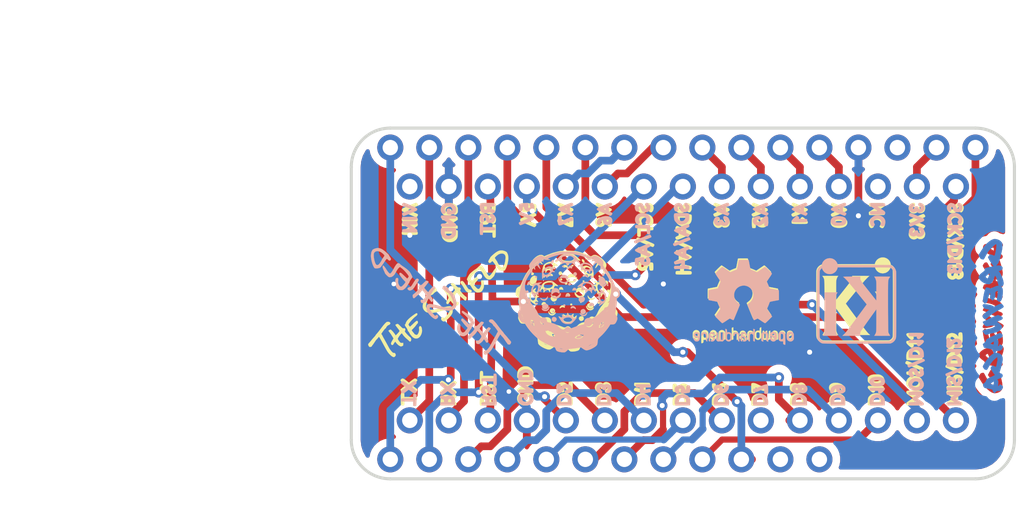
<source format=kicad_pcb>
(kicad_pcb (version 20171130) (host pcbnew 5.1.5-52549c5~84~ubuntu18.04.1)
  (layers (0 F.Cu signal) (31 B.Cu signal) (34 B.Paste user) (35 F.Paste user) (36 B.SilkS user hide) (37 F.SilkS user hide) (38 B.Mask user) (39 F.Mask user) (44 Edge.Cuts user))
  (net 0 "")
  (net 1 /TX)
  (net 2 /RX)
  (net 3 /A3)
  (net 4 /A2)
  (net 5 /A1)
  (net 6 /A0)
  (net 7 GND)
  (net 8 /AREF)
  (net 9 +3V3)
  (net 10 /EN)
  (net 11 /VBAT)
  (net 12 /~RESET)
  (net 13 /A6)
  (net 14 /A7)
  (net 15 /SCK-D13)
  (net 16 /D2)
  (net 17 +5V)
  (net 18 /D10)
  (net 19 /D9)
  (net 20 /D8)
  (net 21 /D7)
  (net 22 /D6)
  (net 23 /D5)
  (net 24 /D3)
  (net 25 /SCL-A5)
  (net 26 /SDA-A4)
  (net 27 /D4)
  (net 28 /NC)
  (net 29 /D11-MOSI)
  (net 30 /D12-MISO)
  (net 31 /VIN)
  (module Feather_Nano_Brealout:OSHW-Logo2_7.3x6mm_SilkScreen (layer B.Cu) (at 145.5674 91.3638 180)
    (fp_text reference REF*** hide)
    (fp_text value OSHW-Logo2_7.3x6mm_SilkScreen hide)
  )
  (module Feather_Nano_Brealout:Ki-2500 (layer B.Cu) (at 152.908 91.2876 180)
    (fp_text reference G***Ki hide)
    (fp_text value Ki-LOGO hide)
  )
  (module Feather_Nano_Brealout:Moon_The_Shield_SilkS (layer B.Cu) (at 124.5616 91.5924 180)
    (fp_text reference Ref** hide)
    (fp_text value Val** hide)
  )
  (module Feather_Nano_Brealout:Moon_Firma_SilkS (layer B.Cu) (at 133.7056 91.0082 180)
    (fp_text reference Ref** hide)
    (fp_text value Val** hide)
  )
  (module Feather_Nano_Brealout:OSHW-Logo2_7.3x6mm_SilkScreen (layer F.Cu) (at 145.5166 91.2622)
    (fp_text reference REF*** hide)
    (fp_text value OSHW-Logo2_7.3x6mm_SilkScreen hide)
  )
  (module Feather_Nano_Brealout:Ki-2500 (layer F.Cu) (at 152.8826 91.2368)
    (fp_text reference G***Ki hide)
    (fp_text value Ki-LOGO hide)
  )
  (module Feather_Nano_Brealout:Moon_The_Shield_SilkS (layer F.Cu) (at 126.9746 91.7448)
    (fp_text reference Ref** hide)
    (fp_text value Val** hide)
  )
  (module Feather_Nano_Brealout:Moon_Firma_SilkS (layer F.Cu) (at 134.5184 90.9574)
    (fp_text reference Ref** hide)
    (fp_text value Val** hide)
  )
  (module Feather_Nano_Brealout:Feather_Silks (layer F.Cu) (at 141.5288 91.44)
    (fp_text reference Ref** hide)
    (fp_text value Val** hide)
  )
  (module Feather_Nano_Brealout:Feather_CU (layer B.Cu) (at 161.7726 91.9226 270)
    (fp_text reference Ref** hide)
    (fp_text value Val** hide)
    (fp_poly (pts (xy -2.121746 0.890829) (xy -2.038408 0.837713) (xy -1.955742 0.758164) (xy -1.879104 0.659529) (xy -1.81385 0.549155) (xy -1.765337 0.434388) (xy -1.738924 0.322574) (xy -1.735666 0.272847) (xy -1.738485 0.207998) (xy -1.752034 0.161884) (xy -1.783956 0.117659) (xy -1.825625 0.07453) (xy -1.884614 0.023438) (xy -1.953312 -0.018882) (xy -2.043911 -0.05919) (xy -2.113835 -0.085212) (xy -2.203348 -0.117771) (xy -2.258321 -0.140529) (xy -2.28439 -0.157039) (xy -2.287187 -0.170855) (xy -2.272585 -0.18535) (xy -2.1751 -0.244605) (xy -2.054956 -0.290804) (xy -1.902799 -0.327493) (xy -1.892231 -0.32951) (xy -1.803766 -0.347442) (xy -1.728303 -0.365031) (xy -1.677732 -0.379415) (xy -1.666875 -0.383761) (xy -1.642516 -0.390417) (xy -1.63196 -0.371196) (xy -1.629833 -0.324516) (xy -1.61883 -0.25939) (xy -1.588051 -0.168793) (xy -1.545166 -0.071587) (xy -1.500255 0.023982) (xy -1.473562 0.089825) (xy -1.463162 0.133448) (xy -1.467128 0.162358) (xy -1.480361 0.180976) (xy -1.494332 0.21226) (xy -1.508161 0.270047) (xy -1.51456 0.310116) (xy -1.521156 0.375905) (xy -1.516417 0.414147) (xy -1.496789 0.438905) (xy -1.478824 0.45157) (xy -1.428512 0.474409) (xy -1.345452 0.501422) (xy -1.238741 0.530382) (xy -1.117478 0.559063) (xy -0.990762 0.585239) (xy -0.867691 0.606683) (xy -0.812269 0.614683) (xy -0.720801 0.626239) (xy -0.661302 0.630999) (xy -0.623836 0.628153) (xy -0.598463 0.616894) (xy -0.575248 0.596413) (xy -0.574144 0.595312) (xy -0.535472 0.56308) (xy -0.508 0.550334) (xy -0.492998 0.531976) (xy -0.486833 0.48837) (xy -0.506846 0.421488) (xy -0.566549 0.368275) (xy -0.665444 0.329103) (xy -0.715661 0.31749) (xy -0.80382 0.298097) (xy -0.892946 0.275296) (xy -0.931333 0.264101) (xy -1.003092 0.243089) (xy -1.068148 0.226272) (xy -1.084791 0.222609) (xy -1.129665 0.202318) (xy -1.143 0.176594) (xy -1.137811 0.159301) (xy -1.116562 0.15085) (xy -1.070727 0.15013) (xy -0.99178 0.156033) (xy -0.987805 0.156391) (xy -0.83261 0.170455) (xy -0.754972 0.097232) (xy -0.709939 0.04865) (xy -0.681923 0.00666) (xy -0.677333 -0.008733) (xy -0.694469 -0.035975) (xy -0.738936 -0.073352) (xy -0.788458 -0.105206) (xy -0.85313 -0.139069) (xy -0.91041 -0.158404) (xy -0.977158 -0.167122) (xy -1.063936 -0.169134) (xy -1.146916 -0.169944) (xy -1.198616 -0.174589) (xy -1.230089 -0.186766) (xy -1.252387 -0.210172) (xy -1.270232 -0.238125) (xy -1.297488 -0.286623) (xy -1.311681 -0.319285) (xy -1.312254 -0.322791) (xy -1.292802 -0.333667) (xy -1.239807 -0.33814) (xy -1.16152 -0.33653) (xy -1.066194 -0.32916) (xy -0.962081 -0.316351) (xy -0.902404 -0.306816) (xy -0.719762 -0.274966) (xy -0.646662 -0.352467) (xy -0.602204 -0.406382) (xy -0.589599 -0.448809) (xy -0.609765 -0.491849) (xy -0.661316 -0.545452) (xy -0.721437 -0.581056) (xy -0.819488 -0.612902) (xy -0.951156 -0.639958) (xy -1.112125 -0.661191) (xy -1.166731 -0.66638) (xy -1.323669 -0.669301) (xy -1.446685 -0.64763) (xy -1.53642 -0.60122) (xy -1.563262 -0.575554) (xy -1.595519 -0.540343) (xy -1.606853 -0.536024) (xy -1.603481 -0.561001) (xy -1.60248 -0.565465) (xy -1.610823 -0.622369) (xy -1.641582 -0.666007) (xy -1.708122 -0.706746) (xy -1.805235 -0.718677) (xy -1.932482 -0.701807) (xy -2.084916 -0.657715) (xy -2.267028 -0.587347) (xy -2.415594 -0.514692) (xy -2.52238 -0.4445) (xy -1.629833 -0.4445) (xy -1.622089 -0.461922) (xy -1.615722 -0.458611) (xy -1.613189 -0.433491) (xy -1.615722 -0.430388) (xy -1.628306 -0.433294) (xy -1.629833 -0.4445) (xy -2.52238 -0.4445) (xy -2.52649 -0.441799) (xy -2.536982 -0.433207) (xy -2.57904 -0.399202) (xy -2.598124 -0.391388) (xy -2.603297 -0.408277) (xy -2.6035 -0.422294) (xy -2.612938 -0.469218) (xy -2.636469 -0.530949) (xy -2.645351 -0.549388) (xy -2.69741 -0.617085) (xy -2.762413 -0.649704) (xy -2.832645 -0.6445) (xy -2.865742 -0.627897) (xy -2.908259 -0.578817) (xy -2.940047 -0.501883) (xy -2.957144 -0.411029) (xy -2.955586 -0.320192) (xy -2.954773 -0.314797) (xy -2.940769 -0.22722) (xy -3.015837 -0.293131) (xy -3.064305 -0.333379) (xy -3.112079 -0.36607) (xy -3.166956 -0.394556) (xy -3.236735 -0.422186) (xy -3.329215 -0.452312) (xy -3.452195 -0.488286) (xy -3.504157 -0.502954) (xy -3.750142 -0.567202) (xy -3.961604 -0.612202) (xy -4.137885 -0.637871) (xy -4.278329 -0.644131) (xy -4.382277 -0.6309) (xy -4.423833 -0.615194) (xy -4.531041 -0.536152) (xy -4.611896 -0.427152) (xy -4.663526 -0.293462) (xy -4.683056 -0.14035) (xy -4.683062 -0.139945) (xy -4.665814 -0.03474) (xy -4.613664 0.08318) (xy -4.530426 0.209396) (xy -4.41991 0.339493) (xy -4.285929 0.469052) (xy -4.132293 0.593656) (xy -3.962814 0.708889) (xy -3.937 0.724649) (xy -3.853717 0.77559) (xy -3.779118 0.822696) (xy -3.724152 0.858986) (xy -3.706604 0.87154) (xy -3.659707 0.896716) (xy -3.609477 0.909108) (xy -3.570194 0.906908) (xy -3.556 0.890586) (xy -3.539029 0.869795) (xy -3.495868 0.838931) (xy -3.466362 0.821559) (xy -3.408478 0.784188) (xy -3.378163 0.745062) (xy -3.363095 0.688259) (xy -3.363067 0.688089) (xy -3.356344 0.629111) (xy -3.356663 0.587329) (xy -3.358052 0.581547) (xy -3.37988 0.562496) (xy -3.430628 0.531143) (xy -3.500877 0.493133) (xy -3.530138 0.478408) (xy -3.629512 0.426292) (xy -3.735999 0.36562) (xy -3.827335 0.309099) (xy -3.831166 0.306569) (xy -3.918662 0.240819) (xy -4.020006 0.152701) (xy -4.124068 0.053036) (xy -4.21972 -0.047353) (xy -4.295832 -0.137647) (xy -4.315285 -0.164129) (xy -4.344131 -0.209459) (xy -4.348331 -0.232992) (xy -4.329838 -0.245863) (xy -4.329637 -0.245941) (xy -4.2801 -0.252648) (xy -4.197926 -0.250023) (xy -4.091562 -0.23895) (xy -3.969454 -0.220311) (xy -3.871191 -0.201083) (xy -2.942166 -0.201083) (xy -2.931583 -0.211666) (xy -2.921 -0.201083) (xy -2.931583 -0.1905) (xy -2.942166 -0.201083) (xy -3.871191 -0.201083) (xy -3.840048 -0.194989) (xy -3.83815 -0.194575) (xy -3.728292 -0.170009) (xy -3.654576 -0.150388) (xy -3.611742 -0.131818) (xy -3.594529 -0.110409) (xy -3.59768 -0.082267) (xy -3.615934 -0.043499) (xy -3.621054 -0.033904) (xy -3.645575 0.02215) (xy -3.655076 0.065717) (xy -3.653776 0.075134) (xy -3.657495 0.104702) (xy -3.66683 0.111027) (xy -3.682872 0.131917) (xy -3.66651 0.168031) (xy -3.621839 0.213143) (xy -3.578837 0.244824) (xy -3.493752 0.301131) (xy -3.332939 0.219357) (xy -3.234864 0.163267) (xy -3.130852 0.094053) (xy -3.043039 0.026468) (xy -3.041271 0.024951) (xy -2.975565 -0.029793) (xy -2.934617 -0.058357) (xy -2.912634 -0.063863) (xy -2.903822 -0.049433) (xy -2.903769 -0.049132) (xy -2.892785 0.00798) (xy -2.876059 0.087326) (xy -2.855794 0.17931) (xy -2.847135 0.217402) (xy -2.431879 0.217402) (xy -2.428455 0.196091) (xy -2.392496 0.197033) (xy -2.321668 0.21819) (xy -2.247269 0.244983) (xy -2.163405 0.280164) (xy -2.118547 0.31221) (xy -2.110278 0.346715) (xy -2.136178 0.389274) (xy -2.17001 0.423735) (xy -2.202043 0.449574) (xy -2.229841 0.455591) (xy -2.261091 0.438004) (xy -2.303479 0.393028) (xy -2.350468 0.334919) (xy -2.405105 0.262999) (xy -2.431879 0.217402) (xy -2.847135 0.217402) (xy -2.834191 0.27434) (xy -2.813451 0.362821) (xy -2.795775 0.43516) (xy -2.783365 0.481762) (xy -2.779233 0.493603) (xy -2.752327 0.504152) (xy -2.707043 0.503149) (xy -2.672624 0.501516) (xy -2.641452 0.511413) (xy -2.607156 0.538228) (xy -2.563366 0.587351) (xy -2.50371 0.664169) (xy -2.481227 0.694143) (xy -2.393409 0.797371) (xy -2.308953 0.869082) (xy -2.232266 0.905889) (xy -2.200397 0.910167) (xy -2.121746 0.890829)) (layer B.Cu) (width 0.01))
    (fp_poly (pts (xy 0.399473 0.64259) (xy 0.450289 0.608064) (xy 0.477986 0.58455) (xy 0.521119 0.539313) (xy 0.541378 0.497844) (xy 0.536894 0.453236) (xy 0.505799 0.39858) (xy 0.446224 0.32697) (xy 0.392804 0.269594) (xy 0.302452 0.162072) (xy 0.19943 0.016647) (xy 0.085061 -0.16463) (xy -0.039333 -0.379708) (xy -0.115259 -0.518583) (xy -0.176668 -0.623768) (xy -0.227273 -0.690613) (xy -0.266328 -0.718174) (xy -0.27392 -0.718838) (xy -0.299649 -0.710599) (xy -0.346072 -0.69172) (xy -0.349763 -0.690119) (xy -0.408978 -0.645739) (xy -0.45171 -0.580077) (xy -0.465666 -0.519735) (xy -0.456433 -0.489891) (xy -0.431499 -0.431902) (xy -0.395017 -0.355014) (xy -0.363953 -0.29319) (xy -0.26224 -0.09525) (xy -0.309448 -0.025684) (xy -0.340931 0.032705) (xy -0.36812 0.111423) (xy -0.392701 0.216944) (xy -0.416361 0.355741) (xy -0.425827 0.421183) (xy -0.436109 0.503077) (xy -0.438154 0.554606) (xy -0.430883 0.58713) (xy -0.413214 0.612007) (xy -0.407081 0.618327) (xy -0.381286 0.64127) (xy -0.35702 0.647287) (xy -0.320402 0.635724) (xy -0.269717 0.611835) (xy -0.21077 0.579194) (xy -0.170171 0.542704) (xy -0.141603 0.492157) (xy -0.118752 0.417349) (xy -0.101848 0.340571) (xy -0.074083 0.204892) (xy 0.000459 0.31149) (xy 0.093153 0.434849) (xy 0.18131 0.534621) (xy 0.260888 0.606966) (xy 0.327845 0.648046) (xy 0.363365 0.656167) (xy 0.399473 0.64259)) (layer B.Cu) (width 0.01))
    (fp_poly (pts (xy 3.66816 0.622863) (xy 3.722347 0.592652) (xy 3.776264 0.553667) (xy 3.816923 0.515209) (xy 3.831456 0.488366) (xy 3.837112 0.440502) (xy 3.843871 0.409894) (xy 3.844881 0.387472) (xy 3.83111 0.364956) (xy 3.79665 0.337563) (xy 3.735591 0.300511) (xy 3.651264 0.254008) (xy 3.42846 0.117567) (xy 3.244096 -0.030529) (xy 3.099912 -0.18669) (xy 3.005365 -0.306916) (xy 3.127224 -0.3175) (xy 3.19474 -0.321182) (xy 3.243355 -0.319761) (xy 3.259667 -0.315328) (xy 3.285106 -0.305429) (xy 3.338339 -0.294262) (xy 3.376084 -0.288531) (xy 3.461342 -0.27398) (xy 3.547163 -0.254483) (xy 3.57127 -0.247774) (xy 3.660624 -0.221059) (xy 3.629479 -0.161026) (xy 3.60742 -0.110356) (xy 3.598334 -0.073427) (xy 3.58277 -0.042498) (xy 3.574132 -0.037793) (xy 3.560491 -0.017505) (xy 3.575819 0.017253) (xy 3.61381 0.057544) (xy 3.667034 0.093832) (xy 3.738653 0.132401) (xy 3.89742 0.045265) (xy 3.977731 -0.001837) (xy 4.049034 -0.048997) (xy 4.098582 -0.087647) (xy 4.106117 -0.095019) (xy 4.146047 -0.130982) (xy 4.176755 -0.14772) (xy 4.178815 -0.147879) (xy 4.196354 -0.129557) (xy 4.222842 -0.084666) (xy 4.594595 -0.084666) (xy 4.676816 -0.084666) (xy 4.738628 -0.081682) (xy 4.78514 -0.074332) (xy 4.790411 -0.072627) (xy 4.807668 -0.050234) (xy 4.80623 -0.000577) (xy 4.785682 0.080533) (xy 4.770616 0.126862) (xy 4.753802 0.137133) (xy 4.722239 0.110485) (xy 4.675212 0.046161) (xy 4.636218 -0.015875) (xy 4.594595 -0.084666) (xy 4.222842 -0.084666) (xy 4.22535 -0.080416) (xy 4.261192 -0.008798) (xy 4.28625 0.046482) (xy 4.350628 0.187867) (xy 4.40496 0.292503) (xy 4.451742 0.364078) (xy 4.493469 0.406276) (xy 4.532638 0.422783) (xy 4.541412 0.423334) (xy 4.599482 0.441946) (xy 4.666139 0.493807) (xy 4.734023 0.572952) (xy 4.744715 0.58805) (xy 4.767459 0.616139) (xy 4.79299 0.626176) (xy 4.835582 0.620425) (xy 4.878987 0.609344) (xy 4.955869 0.580383) (xy 5.00467 0.536822) (xy 5.033596 0.468493) (xy 5.046174 0.402167) (xy 5.05785 0.331545) (xy 5.075151 0.240169) (xy 5.093131 0.153459) (xy 5.113052 0.071679) (xy 5.131008 0.024136) (xy 5.150642 0.003109) (xy 5.165582 0) (xy 5.21117 -0.010752) (xy 5.266494 -0.037261) (xy 5.317498 -0.070902) (xy 5.350128 -0.103052) (xy 5.355167 -0.116314) (xy 5.340352 -0.14578) (xy 5.302913 -0.188459) (xy 5.281366 -0.208579) (xy 5.236099 -0.252436) (xy 5.217061 -0.289759) (xy 5.216722 -0.33956) (xy 5.219731 -0.36423) (xy 5.212717 -0.462551) (xy 5.167148 -0.551801) (xy 5.08671 -0.625679) (xy 5.05593 -0.64412) (xy 5.001357 -0.669285) (xy 4.959537 -0.672327) (xy 4.912606 -0.65697) (xy 4.868493 -0.630687) (xy 4.85458 -0.604446) (xy 4.855219 -0.602213) (xy 4.848944 -0.569471) (xy 4.824573 -0.538458) (xy 4.790074 -0.49957) (xy 4.792829 -0.471306) (xy 4.834605 -0.443623) (xy 4.841875 -0.440078) (xy 4.885731 -0.409326) (xy 4.900518 -0.379344) (xy 4.885598 -0.359895) (xy 4.847167 -0.359286) (xy 4.796871 -0.364915) (xy 4.72331 -0.368796) (xy 4.668 -0.369869) (xy 4.594629 -0.367964) (xy 4.551772 -0.35914) (xy 4.527754 -0.339933) (xy 4.519384 -0.325805) (xy 4.497046 -0.299022) (xy 4.472811 -0.307674) (xy 4.444917 -0.353758) (xy 4.4116 -0.439269) (xy 4.406825 -0.45325) (xy 4.378228 -0.525942) (xy 4.347086 -0.587271) (xy 4.328591 -0.613825) (xy 4.275184 -0.647748) (xy 4.211591 -0.654367) (xy 4.15036 -0.637249) (xy 4.10404 -0.599961) (xy 4.085178 -0.54607) (xy 4.085167 -0.544624) (xy 4.073535 -0.507017) (xy 4.063943 -0.497381) (xy 4.054247 -0.46916) (xy 4.063561 -0.44532) (xy 4.074294 -0.421948) (xy 4.066053 -0.417615) (xy 4.031052 -0.43221) (xy 4.00541 -0.444482) (xy 3.949058 -0.466851) (xy 3.861605 -0.495915) (xy 3.75318 -0.528767) (xy 3.633915 -0.562502) (xy 3.513937 -0.594216) (xy 3.403377 -0.621002) (xy 3.34801 -0.633042) (xy 3.177252 -0.656077) (xy 3.035553 -0.648692) (xy 2.921993 -0.610355) (xy 2.835651 -0.540533) (xy 2.775605 -0.438695) (xy 2.740935 -0.304307) (xy 2.737748 -0.280321) (xy 2.725247 -0.17477) (xy 2.659082 -0.21868) (xy 2.617388 -0.251234) (xy 2.600103 -0.285978) (xy 2.59939 -0.34104) (xy 2.60041 -0.354429) (xy 2.599037 -0.428629) (xy 2.586209 -0.496943) (xy 2.58174 -0.509433) (xy 2.534436 -0.581251) (xy 2.466103 -0.634215) (xy 2.38855 -0.662531) (xy 2.313585 -0.660402) (xy 2.291292 -0.651964) (xy 2.254715 -0.621023) (xy 2.243667 -0.592712) (xy 2.228912 -0.552112) (xy 2.201833 -0.519035) (xy 2.17268 -0.479601) (xy 2.182123 -0.453138) (xy 2.223005 -0.4445) (xy 2.257679 -0.430868) (xy 2.287336 -0.400166) (xy 2.299782 -0.367682) (xy 2.294779 -0.354501) (xy 2.269103 -0.351793) (xy 2.219252 -0.358818) (xy 2.205565 -0.361796) (xy 2.089056 -0.380062) (xy 1.993962 -0.377135) (xy 1.926794 -0.353574) (xy 1.9072 -0.336126) (xy 1.870864 -0.291253) (xy 1.835815 -0.344745) (xy 1.808684 -0.39913) (xy 1.783148 -0.470572) (xy 1.776525 -0.494508) (xy 1.739179 -0.581719) (xy 1.681545 -0.635806) (xy 1.607713 -0.653267) (xy 1.592254 -0.652163) (xy 1.539947 -0.628763) (xy 1.491844 -0.580091) (xy 1.458342 -0.520578) (xy 1.449834 -0.464657) (xy 1.451545 -0.456808) (xy 1.458041 -0.437795) (xy 1.470115 -0.407721) (xy 1.489537 -0.362653) (xy 1.518079 -0.298662) (xy 1.55751 -0.211816) (xy 1.609601 -0.098185) (xy 1.615831 -0.084666) (xy 1.986958 -0.084666) (xy 2.082313 -0.084666) (xy 2.14239 -0.08057) (xy 2.182717 -0.070237) (xy 2.190079 -0.064585) (xy 2.19264 -0.033611) (xy 2.184928 0.021884) (xy 2.178026 0.052651) (xy 2.16194 0.109865) (xy 2.148085 0.132581) (xy 2.130068 0.127747) (xy 2.118128 0.117739) (xy 2.085957 0.079631) (xy 2.047704 0.022461) (xy 2.034826 0.000503) (xy 1.986958 -0.084666) (xy 1.615831 -0.084666) (xy 1.676123 0.046162) (xy 1.7541 0.214894) (xy 1.802554 0.312251) (xy 1.84367 0.375308) (xy 1.882782 0.410158) (xy 1.925225 0.422892) (xy 1.936621 0.423334) (xy 1.98705 0.442663) (xy 2.053138 0.500816) (xy 2.078919 0.529115) (xy 2.171453 0.634896) (xy 2.286935 0.597906) (xy 2.352312 0.575455) (xy 2.388664 0.553654) (xy 2.407341 0.520433) (xy 2.419696 0.46372) (xy 2.421235 0.455084) (xy 2.447999 0.307167) (xy 2.469648 0.195799) (xy 2.487802 0.115736) (xy 2.504083 0.061732) (xy 2.520111 0.028544) (xy 2.537508 0.010926) (xy 2.557894 0.003634) (xy 2.560907 0.003163) (xy 2.616455 -0.014679) (xy 2.66999 -0.044462) (xy 2.718898 -0.07484) (xy 2.753577 -0.078459) (xy 2.784998 -0.05153) (xy 2.823427 0.008529) (xy 2.863581 0.064343) (xy 2.92547 0.135911) (xy 2.998636 0.211502) (xy 3.035654 0.246654) (xy 3.107846 0.308139) (xy 3.195891 0.375725) (xy 3.292245 0.444455) (xy 3.389366 0.509373) (xy 3.479707 0.565522) (xy 3.555727 0.607944) (xy 3.60988 0.631684) (xy 3.626691 0.635) (xy 3.66816 0.622863)) (layer B.Cu) (width 0.01))
    (fp_poly (pts (xy 1.335828 0.643134) (xy 1.379237 0.614506) (xy 1.392099 0.604126) (xy 1.437408 0.569698) (xy 1.470185 0.551294) (xy 1.474867 0.550334) (xy 1.497254 0.533868) (xy 1.527128 0.493595) (xy 1.530955 0.487277) (xy 1.554062 0.436674) (xy 1.555768 0.386582) (xy 1.545286 0.33911) (xy 1.527444 0.286434) (xy 1.510229 0.256554) (xy 1.505428 0.254) (xy 1.495197 0.234561) (xy 1.482167 0.182563) (xy 1.468521 0.107486) (xy 1.462774 0.068792) (xy 1.422135 -0.142668) (xy 1.364215 -0.316975) (xy 1.289273 -0.453549) (xy 1.19757 -0.551814) (xy 1.176519 -0.567315) (xy 1.102366 -0.606632) (xy 1.035578 -0.613173) (xy 0.96827 -0.585228) (xy 0.892558 -0.521086) (xy 0.873656 -0.501593) (xy 0.818819 -0.43948) (xy 0.775611 -0.382939) (xy 0.753078 -0.343849) (xy 0.752743 -0.342843) (xy 0.735798 -0.30663) (xy 0.723532 -0.296496) (xy 0.703375 -0.31427) (xy 0.674481 -0.358938) (xy 0.643554 -0.417979) (xy 0.617299 -0.47887) (xy 0.604619 -0.518583) (xy 0.573546 -0.588303) (xy 0.524484 -0.637881) (xy 0.469832 -0.656166) (xy 0.424481 -0.641095) (xy 0.39733 -0.619125) (xy 0.353398 -0.55603) (xy 0.313375 -0.476802) (xy 0.284819 -0.398533) (xy 0.275167 -0.342806) (xy 0.284238 -0.306108) (xy 0.30973 -0.237657) (xy 0.349065 -0.143529) (xy 0.39966 -0.0298) (xy 0.458936 0.097454) (xy 0.486834 0.15561) (xy 0.547341 0.281518) (xy 0.601105 0.395078) (xy 0.645515 0.490638) (xy 0.67796 0.562544) (xy 0.69583 0.605144) (xy 0.6985 0.61399) (xy 0.710304 0.632728) (xy 0.748235 0.627352) (xy 0.816075 0.597265) (xy 0.821052 0.594727) (xy 0.92204 0.527172) (xy 0.98264 0.447925) (xy 1.003601 0.355287) (xy 0.985671 0.247564) (xy 0.98069 0.232834) (xy 0.968619 0.180527) (xy 0.959978 0.107885) (xy 0.954951 0.025481) (xy 0.953719 -0.056112) (xy 0.956467 -0.126323) (xy 0.963377 -0.174579) (xy 0.973367 -0.1905) (xy 1.006623 -0.171284) (xy 1.045245 -0.119379) (xy 1.085319 -0.043401) (xy 1.122928 0.048037) (xy 1.154155 0.14632) (xy 1.175085 0.242834) (xy 1.177292 0.2581) (xy 1.190802 0.330126) (xy 1.212326 0.413565) (xy 1.238358 0.49791) (xy 1.265391 0.572657) (xy 1.289917 0.627301) (xy 1.308428 0.651335) (xy 1.308597 0.651394) (xy 1.335828 0.643134)) (layer B.Cu) (width 0.01))
  )
  (module Feather_Nano_Brealout:Feather_CU (layer F.Cu) (at 161.7726 92.6084 90)
    (fp_text reference Ref** hide)
    (fp_text value Val** hide)
    (fp_poly (pts (xy 1.335828 -0.643134) (xy 1.379237 -0.614506) (xy 1.392099 -0.604126) (xy 1.437408 -0.569698) (xy 1.470185 -0.551294) (xy 1.474867 -0.550334) (xy 1.497254 -0.533868) (xy 1.527128 -0.493595) (xy 1.530955 -0.487277) (xy 1.554062 -0.436674) (xy 1.555768 -0.386582) (xy 1.545286 -0.33911) (xy 1.527444 -0.286434) (xy 1.510229 -0.256554) (xy 1.505428 -0.254) (xy 1.495197 -0.234561) (xy 1.482167 -0.182563) (xy 1.468521 -0.107486) (xy 1.462774 -0.068792) (xy 1.422135 0.142668) (xy 1.364215 0.316975) (xy 1.289273 0.453549) (xy 1.19757 0.551814) (xy 1.176519 0.567315) (xy 1.102366 0.606632) (xy 1.035578 0.613173) (xy 0.96827 0.585228) (xy 0.892558 0.521086) (xy 0.873656 0.501593) (xy 0.818819 0.43948) (xy 0.775611 0.382939) (xy 0.753078 0.343849) (xy 0.752743 0.342843) (xy 0.735798 0.30663) (xy 0.723532 0.296496) (xy 0.703375 0.31427) (xy 0.674481 0.358938) (xy 0.643554 0.417979) (xy 0.617299 0.47887) (xy 0.604619 0.518583) (xy 0.573546 0.588303) (xy 0.524484 0.637881) (xy 0.469832 0.656166) (xy 0.424481 0.641095) (xy 0.39733 0.619125) (xy 0.353398 0.55603) (xy 0.313375 0.476802) (xy 0.284819 0.398533) (xy 0.275167 0.342806) (xy 0.284238 0.306108) (xy 0.30973 0.237657) (xy 0.349065 0.143529) (xy 0.39966 0.0298) (xy 0.458936 -0.097454) (xy 0.486834 -0.15561) (xy 0.547341 -0.281518) (xy 0.601105 -0.395078) (xy 0.645515 -0.490638) (xy 0.67796 -0.562544) (xy 0.69583 -0.605144) (xy 0.6985 -0.61399) (xy 0.710304 -0.632728) (xy 0.748235 -0.627352) (xy 0.816075 -0.597265) (xy 0.821052 -0.594727) (xy 0.92204 -0.527172) (xy 0.98264 -0.447925) (xy 1.003601 -0.355287) (xy 0.985671 -0.247564) (xy 0.98069 -0.232834) (xy 0.968619 -0.180527) (xy 0.959978 -0.107885) (xy 0.954951 -0.025481) (xy 0.953719 0.056112) (xy 0.956467 0.126323) (xy 0.963377 0.174579) (xy 0.973367 0.1905) (xy 1.006623 0.171284) (xy 1.045245 0.119379) (xy 1.085319 0.043401) (xy 1.122928 -0.048037) (xy 1.154155 -0.14632) (xy 1.175085 -0.242834) (xy 1.177292 -0.2581) (xy 1.190802 -0.330126) (xy 1.212326 -0.413565) (xy 1.238358 -0.49791) (xy 1.265391 -0.572657) (xy 1.289917 -0.627301) (xy 1.308428 -0.651335) (xy 1.308597 -0.651394) (xy 1.335828 -0.643134)) (layer F.Cu) (width 0.01))
    (fp_poly (pts (xy 3.66816 -0.622863) (xy 3.722347 -0.592652) (xy 3.776264 -0.553667) (xy 3.816923 -0.515209) (xy 3.831456 -0.488366) (xy 3.837112 -0.440502) (xy 3.843871 -0.409894) (xy 3.844881 -0.387472) (xy 3.83111 -0.364956) (xy 3.79665 -0.337563) (xy 3.735591 -0.300511) (xy 3.651264 -0.254008) (xy 3.42846 -0.117567) (xy 3.244096 0.030529) (xy 3.099912 0.18669) (xy 3.005365 0.306916) (xy 3.127224 0.3175) (xy 3.19474 0.321182) (xy 3.243355 0.319761) (xy 3.259667 0.315328) (xy 3.285106 0.305429) (xy 3.338339 0.294262) (xy 3.376084 0.288531) (xy 3.461342 0.27398) (xy 3.547163 0.254483) (xy 3.57127 0.247774) (xy 3.660624 0.221059) (xy 3.629479 0.161026) (xy 3.60742 0.110356) (xy 3.598334 0.073427) (xy 3.58277 0.042498) (xy 3.574132 0.037793) (xy 3.560491 0.017505) (xy 3.575819 -0.017253) (xy 3.61381 -0.057544) (xy 3.667034 -0.093832) (xy 3.738653 -0.132401) (xy 3.89742 -0.045265) (xy 3.977731 0.001837) (xy 4.049034 0.048997) (xy 4.098582 0.087647) (xy 4.106117 0.095019) (xy 4.146047 0.130982) (xy 4.176755 0.14772) (xy 4.178815 0.147879) (xy 4.196354 0.129557) (xy 4.222842 0.084666) (xy 4.594595 0.084666) (xy 4.676816 0.084666) (xy 4.738628 0.081682) (xy 4.78514 0.074332) (xy 4.790411 0.072627) (xy 4.807668 0.050234) (xy 4.80623 0.000577) (xy 4.785682 -0.080533) (xy 4.770616 -0.126862) (xy 4.753802 -0.137133) (xy 4.722239 -0.110485) (xy 4.675212 -0.046161) (xy 4.636218 0.015875) (xy 4.594595 0.084666) (xy 4.222842 0.084666) (xy 4.22535 0.080416) (xy 4.261192 0.008798) (xy 4.28625 -0.046482) (xy 4.350628 -0.187867) (xy 4.40496 -0.292503) (xy 4.451742 -0.364078) (xy 4.493469 -0.406276) (xy 4.532638 -0.422783) (xy 4.541412 -0.423334) (xy 4.599482 -0.441946) (xy 4.666139 -0.493807) (xy 4.734023 -0.572952) (xy 4.744715 -0.58805) (xy 4.767459 -0.616139) (xy 4.79299 -0.626176) (xy 4.835582 -0.620425) (xy 4.878987 -0.609344) (xy 4.955869 -0.580383) (xy 5.00467 -0.536822) (xy 5.033596 -0.468493) (xy 5.046174 -0.402167) (xy 5.05785 -0.331545) (xy 5.075151 -0.240169) (xy 5.093131 -0.153459) (xy 5.113052 -0.071679) (xy 5.131008 -0.024136) (xy 5.150642 -0.003109) (xy 5.165582 0) (xy 5.21117 0.010752) (xy 5.266494 0.037261) (xy 5.317498 0.070902) (xy 5.350128 0.103052) (xy 5.355167 0.116314) (xy 5.340352 0.14578) (xy 5.302913 0.188459) (xy 5.281366 0.208579) (xy 5.236099 0.252436) (xy 5.217061 0.289759) (xy 5.216722 0.33956) (xy 5.219731 0.36423) (xy 5.212717 0.462551) (xy 5.167148 0.551801) (xy 5.08671 0.625679) (xy 5.05593 0.64412) (xy 5.001357 0.669285) (xy 4.959537 0.672327) (xy 4.912606 0.65697) (xy 4.868493 0.630687) (xy 4.85458 0.604446) (xy 4.855219 0.602213) (xy 4.848944 0.569471) (xy 4.824573 0.538458) (xy 4.790074 0.49957) (xy 4.792829 0.471306) (xy 4.834605 0.443623) (xy 4.841875 0.440078) (xy 4.885731 0.409326) (xy 4.900518 0.379344) (xy 4.885598 0.359895) (xy 4.847167 0.359286) (xy 4.796871 0.364915) (xy 4.72331 0.368796) (xy 4.668 0.369869) (xy 4.594629 0.367964) (xy 4.551772 0.35914) (xy 4.527754 0.339933) (xy 4.519384 0.325805) (xy 4.497046 0.299022) (xy 4.472811 0.307674) (xy 4.444917 0.353758) (xy 4.4116 0.439269) (xy 4.406825 0.45325) (xy 4.378228 0.525942) (xy 4.347086 0.587271) (xy 4.328591 0.613825) (xy 4.275184 0.647748) (xy 4.211591 0.654367) (xy 4.15036 0.637249) (xy 4.10404 0.599961) (xy 4.085178 0.54607) (xy 4.085167 0.544624) (xy 4.073535 0.507017) (xy 4.063943 0.497381) (xy 4.054247 0.46916) (xy 4.063561 0.44532) (xy 4.074294 0.421948) (xy 4.066053 0.417615) (xy 4.031052 0.43221) (xy 4.00541 0.444482) (xy 3.949058 0.466851) (xy 3.861605 0.495915) (xy 3.75318 0.528767) (xy 3.633915 0.562502) (xy 3.513937 0.594216) (xy 3.403377 0.621002) (xy 3.34801 0.633042) (xy 3.177252 0.656077) (xy 3.035553 0.648692) (xy 2.921993 0.610355) (xy 2.835651 0.540533) (xy 2.775605 0.438695) (xy 2.740935 0.304307) (xy 2.737748 0.280321) (xy 2.725247 0.17477) (xy 2.659082 0.21868) (xy 2.617388 0.251234) (xy 2.600103 0.285978) (xy 2.59939 0.34104) (xy 2.60041 0.354429) (xy 2.599037 0.428629) (xy 2.586209 0.496943) (xy 2.58174 0.509433) (xy 2.534436 0.581251) (xy 2.466103 0.634215) (xy 2.38855 0.662531) (xy 2.313585 0.660402) (xy 2.291292 0.651964) (xy 2.254715 0.621023) (xy 2.243667 0.592712) (xy 2.228912 0.552112) (xy 2.201833 0.519035) (xy 2.17268 0.479601) (xy 2.182123 0.453138) (xy 2.223005 0.4445) (xy 2.257679 0.430868) (xy 2.287336 0.400166) (xy 2.299782 0.367682) (xy 2.294779 0.354501) (xy 2.269103 0.351793) (xy 2.219252 0.358818) (xy 2.205565 0.361796) (xy 2.089056 0.380062) (xy 1.993962 0.377135) (xy 1.926794 0.353574) (xy 1.9072 0.336126) (xy 1.870864 0.291253) (xy 1.835815 0.344745) (xy 1.808684 0.39913) (xy 1.783148 0.470572) (xy 1.776525 0.494508) (xy 1.739179 0.581719) (xy 1.681545 0.635806) (xy 1.607713 0.653267) (xy 1.592254 0.652163) (xy 1.539947 0.628763) (xy 1.491844 0.580091) (xy 1.458342 0.520578) (xy 1.449834 0.464657) (xy 1.451545 0.456808) (xy 1.458041 0.437795) (xy 1.470115 0.407721) (xy 1.489537 0.362653) (xy 1.518079 0.298662) (xy 1.55751 0.211816) (xy 1.609601 0.098185) (xy 1.615831 0.084666) (xy 1.986958 0.084666) (xy 2.082313 0.084666) (xy 2.14239 0.08057) (xy 2.182717 0.070237) (xy 2.190079 0.064585) (xy 2.19264 0.033611) (xy 2.184928 -0.021884) (xy 2.178026 -0.052651) (xy 2.16194 -0.109865) (xy 2.148085 -0.132581) (xy 2.130068 -0.127747) (xy 2.118128 -0.117739) (xy 2.085957 -0.079631) (xy 2.047704 -0.022461) (xy 2.034826 -0.000503) (xy 1.986958 0.084666) (xy 1.615831 0.084666) (xy 1.676123 -0.046162) (xy 1.7541 -0.214894) (xy 1.802554 -0.312251) (xy 1.84367 -0.375308) (xy 1.882782 -0.410158) (xy 1.925225 -0.422892) (xy 1.936621 -0.423334) (xy 1.98705 -0.442663) (xy 2.053138 -0.500816) (xy 2.078919 -0.529115) (xy 2.171453 -0.634896) (xy 2.286935 -0.597906) (xy 2.352312 -0.575455) (xy 2.388664 -0.553654) (xy 2.407341 -0.520433) (xy 2.419696 -0.46372) (xy 2.421235 -0.455084) (xy 2.447999 -0.307167) (xy 2.469648 -0.195799) (xy 2.487802 -0.115736) (xy 2.504083 -0.061732) (xy 2.520111 -0.028544) (xy 2.537508 -0.010926) (xy 2.557894 -0.003634) (xy 2.560907 -0.003163) (xy 2.616455 0.014679) (xy 2.66999 0.044462) (xy 2.718898 0.07484) (xy 2.753577 0.078459) (xy 2.784998 0.05153) (xy 2.823427 -0.008529) (xy 2.863581 -0.064343) (xy 2.92547 -0.135911) (xy 2.998636 -0.211502) (xy 3.035654 -0.246654) (xy 3.107846 -0.308139) (xy 3.195891 -0.375725) (xy 3.292245 -0.444455) (xy 3.389366 -0.509373) (xy 3.479707 -0.565522) (xy 3.555727 -0.607944) (xy 3.60988 -0.631684) (xy 3.626691 -0.635) (xy 3.66816 -0.622863)) (layer F.Cu) (width 0.01))
    (fp_poly (pts (xy 0.399473 -0.64259) (xy 0.450289 -0.608064) (xy 0.477986 -0.58455) (xy 0.521119 -0.539313) (xy 0.541378 -0.497844) (xy 0.536894 -0.453236) (xy 0.505799 -0.39858) (xy 0.446224 -0.32697) (xy 0.392804 -0.269594) (xy 0.302452 -0.162072) (xy 0.19943 -0.016647) (xy 0.085061 0.16463) (xy -0.039333 0.379708) (xy -0.115259 0.518583) (xy -0.176668 0.623768) (xy -0.227273 0.690613) (xy -0.266328 0.718174) (xy -0.27392 0.718838) (xy -0.299649 0.710599) (xy -0.346072 0.69172) (xy -0.349763 0.690119) (xy -0.408978 0.645739) (xy -0.45171 0.580077) (xy -0.465666 0.519735) (xy -0.456433 0.489891) (xy -0.431499 0.431902) (xy -0.395017 0.355014) (xy -0.363953 0.29319) (xy -0.26224 0.09525) (xy -0.309448 0.025684) (xy -0.340931 -0.032705) (xy -0.36812 -0.111423) (xy -0.392701 -0.216944) (xy -0.416361 -0.355741) (xy -0.425827 -0.421183) (xy -0.436109 -0.503077) (xy -0.438154 -0.554606) (xy -0.430883 -0.58713) (xy -0.413214 -0.612007) (xy -0.407081 -0.618327) (xy -0.381286 -0.64127) (xy -0.35702 -0.647287) (xy -0.320402 -0.635724) (xy -0.269717 -0.611835) (xy -0.21077 -0.579194) (xy -0.170171 -0.542704) (xy -0.141603 -0.492157) (xy -0.118752 -0.417349) (xy -0.101848 -0.340571) (xy -0.074083 -0.204892) (xy 0.000459 -0.31149) (xy 0.093153 -0.434849) (xy 0.18131 -0.534621) (xy 0.260888 -0.606966) (xy 0.327845 -0.648046) (xy 0.363365 -0.656167) (xy 0.399473 -0.64259)) (layer F.Cu) (width 0.01))
    (fp_poly (pts (xy -2.121746 -0.890829) (xy -2.038408 -0.837713) (xy -1.955742 -0.758164) (xy -1.879104 -0.659529) (xy -1.81385 -0.549155) (xy -1.765337 -0.434388) (xy -1.738924 -0.322574) (xy -1.735666 -0.272847) (xy -1.738485 -0.207998) (xy -1.752034 -0.161884) (xy -1.783956 -0.117659) (xy -1.825625 -0.07453) (xy -1.884614 -0.023438) (xy -1.953312 0.018882) (xy -2.043911 0.05919) (xy -2.113835 0.085212) (xy -2.203348 0.117771) (xy -2.258321 0.140529) (xy -2.28439 0.157039) (xy -2.287187 0.170855) (xy -2.272585 0.18535) (xy -2.1751 0.244605) (xy -2.054956 0.290804) (xy -1.902799 0.327493) (xy -1.892231 0.32951) (xy -1.803766 0.347442) (xy -1.728303 0.365031) (xy -1.677732 0.379415) (xy -1.666875 0.383761) (xy -1.642516 0.390417) (xy -1.63196 0.371196) (xy -1.629833 0.324516) (xy -1.61883 0.25939) (xy -1.588051 0.168793) (xy -1.545166 0.071587) (xy -1.500255 -0.023982) (xy -1.473562 -0.089825) (xy -1.463162 -0.133448) (xy -1.467128 -0.162358) (xy -1.480361 -0.180976) (xy -1.494332 -0.21226) (xy -1.508161 -0.270047) (xy -1.51456 -0.310116) (xy -1.521156 -0.375905) (xy -1.516417 -0.414147) (xy -1.496789 -0.438905) (xy -1.478824 -0.45157) (xy -1.428512 -0.474409) (xy -1.345452 -0.501422) (xy -1.238741 -0.530382) (xy -1.117478 -0.559063) (xy -0.990762 -0.585239) (xy -0.867691 -0.606683) (xy -0.812269 -0.614683) (xy -0.720801 -0.626239) (xy -0.661302 -0.630999) (xy -0.623836 -0.628153) (xy -0.598463 -0.616894) (xy -0.575248 -0.596413) (xy -0.574144 -0.595312) (xy -0.535472 -0.56308) (xy -0.508 -0.550334) (xy -0.492998 -0.531976) (xy -0.486833 -0.48837) (xy -0.506846 -0.421488) (xy -0.566549 -0.368275) (xy -0.665444 -0.329103) (xy -0.715661 -0.31749) (xy -0.80382 -0.298097) (xy -0.892946 -0.275296) (xy -0.931333 -0.264101) (xy -1.003092 -0.243089) (xy -1.068148 -0.226272) (xy -1.084791 -0.222609) (xy -1.129665 -0.202318) (xy -1.143 -0.176594) (xy -1.137811 -0.159301) (xy -1.116562 -0.15085) (xy -1.070727 -0.15013) (xy -0.99178 -0.156033) (xy -0.987805 -0.156391) (xy -0.83261 -0.170455) (xy -0.754972 -0.097232) (xy -0.709939 -0.04865) (xy -0.681923 -0.00666) (xy -0.677333 0.008733) (xy -0.694469 0.035975) (xy -0.738936 0.073352) (xy -0.788458 0.105206) (xy -0.85313 0.139069) (xy -0.91041 0.158404) (xy -0.977158 0.167122) (xy -1.063936 0.169134) (xy -1.146916 0.169944) (xy -1.198616 0.174589) (xy -1.230089 0.186766) (xy -1.252387 0.210172) (xy -1.270232 0.238125) (xy -1.297488 0.286623) (xy -1.311681 0.319285) (xy -1.312254 0.322791) (xy -1.292802 0.333667) (xy -1.239807 0.33814) (xy -1.16152 0.33653) (xy -1.066194 0.32916) (xy -0.962081 0.316351) (xy -0.902404 0.306816) (xy -0.719762 0.274966) (xy -0.646662 0.352467) (xy -0.602204 0.406382) (xy -0.589599 0.448809) (xy -0.609765 0.491849) (xy -0.661316 0.545452) (xy -0.721437 0.581056) (xy -0.819488 0.612902) (xy -0.951156 0.639958) (xy -1.112125 0.661191) (xy -1.166731 0.66638) (xy -1.323669 0.669301) (xy -1.446685 0.64763) (xy -1.53642 0.60122) (xy -1.563262 0.575554) (xy -1.595519 0.540343) (xy -1.606853 0.536024) (xy -1.603481 0.561001) (xy -1.60248 0.565465) (xy -1.610823 0.622369) (xy -1.641582 0.666007) (xy -1.708122 0.706746) (xy -1.805235 0.718677) (xy -1.932482 0.701807) (xy -2.084916 0.657715) (xy -2.267028 0.587347) (xy -2.415594 0.514692) (xy -2.52238 0.4445) (xy -1.629833 0.4445) (xy -1.622089 0.461922) (xy -1.615722 0.458611) (xy -1.613189 0.433491) (xy -1.615722 0.430388) (xy -1.628306 0.433294) (xy -1.629833 0.4445) (xy -2.52238 0.4445) (xy -2.52649 0.441799) (xy -2.536982 0.433207) (xy -2.57904 0.399202) (xy -2.598124 0.391388) (xy -2.603297 0.408277) (xy -2.6035 0.422294) (xy -2.612938 0.469218) (xy -2.636469 0.530949) (xy -2.645351 0.549388) (xy -2.69741 0.617085) (xy -2.762413 0.649704) (xy -2.832645 0.6445) (xy -2.865742 0.627897) (xy -2.908259 0.578817) (xy -2.940047 0.501883) (xy -2.957144 0.411029) (xy -2.955586 0.320192) (xy -2.954773 0.314797) (xy -2.940769 0.22722) (xy -3.015837 0.293131) (xy -3.064305 0.333379) (xy -3.112079 0.36607) (xy -3.166956 0.394556) (xy -3.236735 0.422186) (xy -3.329215 0.452312) (xy -3.452195 0.488286) (xy -3.504157 0.502954) (xy -3.750142 0.567202) (xy -3.961604 0.612202) (xy -4.137885 0.637871) (xy -4.278329 0.644131) (xy -4.382277 0.6309) (xy -4.423833 0.615194) (xy -4.531041 0.536152) (xy -4.611896 0.427152) (xy -4.663526 0.293462) (xy -4.683056 0.14035) (xy -4.683062 0.139945) (xy -4.665814 0.03474) (xy -4.613664 -0.08318) (xy -4.530426 -0.209396) (xy -4.41991 -0.339493) (xy -4.285929 -0.469052) (xy -4.132293 -0.593656) (xy -3.962814 -0.708889) (xy -3.937 -0.724649) (xy -3.853717 -0.77559) (xy -3.779118 -0.822696) (xy -3.724152 -0.858986) (xy -3.706604 -0.87154) (xy -3.659707 -0.896716) (xy -3.609477 -0.909108) (xy -3.570194 -0.906908) (xy -3.556 -0.890586) (xy -3.539029 -0.869795) (xy -3.495868 -0.838931) (xy -3.466362 -0.821559) (xy -3.408478 -0.784188) (xy -3.378163 -0.745062) (xy -3.363095 -0.688259) (xy -3.363067 -0.688089) (xy -3.356344 -0.629111) (xy -3.356663 -0.587329) (xy -3.358052 -0.581547) (xy -3.37988 -0.562496) (xy -3.430628 -0.531143) (xy -3.500877 -0.493133) (xy -3.530138 -0.478408) (xy -3.629512 -0.426292) (xy -3.735999 -0.36562) (xy -3.827335 -0.309099) (xy -3.831166 -0.306569) (xy -3.918662 -0.240819) (xy -4.020006 -0.152701) (xy -4.124068 -0.053036) (xy -4.21972 0.047353) (xy -4.295832 0.137647) (xy -4.315285 0.164129) (xy -4.344131 0.209459) (xy -4.348331 0.232992) (xy -4.329838 0.245863) (xy -4.329637 0.245941) (xy -4.2801 0.252648) (xy -4.197926 0.250023) (xy -4.091562 0.23895) (xy -3.969454 0.220311) (xy -3.871191 0.201083) (xy -2.942166 0.201083) (xy -2.931583 0.211666) (xy -2.921 0.201083) (xy -2.931583 0.1905) (xy -2.942166 0.201083) (xy -3.871191 0.201083) (xy -3.840048 0.194989) (xy -3.83815 0.194575) (xy -3.728292 0.170009) (xy -3.654576 0.150388) (xy -3.611742 0.131818) (xy -3.594529 0.110409) (xy -3.59768 0.082267) (xy -3.615934 0.043499) (xy -3.621054 0.033904) (xy -3.645575 -0.02215) (xy -3.655076 -0.065717) (xy -3.653776 -0.075134) (xy -3.657495 -0.104702) (xy -3.66683 -0.111027) (xy -3.682872 -0.131917) (xy -3.66651 -0.168031) (xy -3.621839 -0.213143) (xy -3.578837 -0.244824) (xy -3.493752 -0.301131) (xy -3.332939 -0.219357) (xy -3.234864 -0.163267) (xy -3.130852 -0.094053) (xy -3.043039 -0.026468) (xy -3.041271 -0.024951) (xy -2.975565 0.029793) (xy -2.934617 0.058357) (xy -2.912634 0.063863) (xy -2.903822 0.049433) (xy -2.903769 0.049132) (xy -2.892785 -0.00798) (xy -2.876059 -0.087326) (xy -2.855794 -0.17931) (xy -2.847135 -0.217402) (xy -2.431879 -0.217402) (xy -2.428455 -0.196091) (xy -2.392496 -0.197033) (xy -2.321668 -0.21819) (xy -2.247269 -0.244983) (xy -2.163405 -0.280164) (xy -2.118547 -0.31221) (xy -2.110278 -0.346715) (xy -2.136178 -0.389274) (xy -2.17001 -0.423735) (xy -2.202043 -0.449574) (xy -2.229841 -0.455591) (xy -2.261091 -0.438004) (xy -2.303479 -0.393028) (xy -2.350468 -0.334919) (xy -2.405105 -0.262999) (xy -2.431879 -0.217402) (xy -2.847135 -0.217402) (xy -2.834191 -0.27434) (xy -2.813451 -0.362821) (xy -2.795775 -0.43516) (xy -2.783365 -0.481762) (xy -2.779233 -0.493603) (xy -2.752327 -0.504152) (xy -2.707043 -0.503149) (xy -2.672624 -0.501516) (xy -2.641452 -0.511413) (xy -2.607156 -0.538228) (xy -2.563366 -0.587351) (xy -2.50371 -0.664169) (xy -2.481227 -0.694143) (xy -2.393409 -0.797371) (xy -2.308953 -0.869082) (xy -2.232266 -0.905889) (xy -2.200397 -0.910167) (xy -2.121746 -0.890829)) (layer F.Cu) (width 0.01))
  )
  (module Feather_Nano_Brealout:PinSocket_1x15_P2.54mm_Vertical (layer F.Cu) (at 123.825 99.06 90)
    (fp_text reference J3 hide)
    (fp_text value Conn_01x15 hide)
    (pad 15 thru_hole oval (at 0 35.56 90) (size 1.7 1.7) (drill 1) (layers *.Cu *.Mask) (net 30 /D12-MISO))
    (pad 14 thru_hole oval (at 0 33.02 90) (size 1.7 1.7) (drill 1) (layers *.Cu *.Mask) (net 29 /D11-MOSI))
    (pad 13 thru_hole oval (at 0 30.48 90) (size 1.7 1.7) (drill 1) (layers *.Cu *.Mask) (net 18 /D10))
    (pad 12 thru_hole oval (at 0 27.94 90) (size 1.7 1.7) (drill 1) (layers *.Cu *.Mask) (net 19 /D9))
    (pad 11 thru_hole oval (at 0 25.4 90) (size 1.7 1.7) (drill 1) (layers *.Cu *.Mask) (net 20 /D8))
    (pad 10 thru_hole oval (at 0 22.86 90) (size 1.7 1.7) (drill 1) (layers *.Cu *.Mask) (net 21 /D7))
    (pad 9 thru_hole oval (at 0 20.32 90) (size 1.7 1.7) (drill 1) (layers *.Cu *.Mask) (net 22 /D6))
    (pad 8 thru_hole oval (at 0 17.78 90) (size 1.7 1.7) (drill 1) (layers *.Cu *.Mask) (net 23 /D5))
    (pad 7 thru_hole oval (at 0 15.24 90) (size 1.7 1.7) (drill 1) (layers *.Cu *.Mask) (net 27 /D4))
    (pad 6 thru_hole oval (at 0 12.7 90) (size 1.7 1.7) (drill 1) (layers *.Cu *.Mask) (net 24 /D3))
    (pad 5 thru_hole oval (at 0 10.16 90) (size 1.7 1.7) (drill 1) (layers *.Cu *.Mask) (net 16 /D2))
    (pad 4 thru_hole oval (at 0 7.62 90) (size 1.7 1.7) (drill 1) (layers *.Cu *.Mask) (net 7 GND))
    (pad 3 thru_hole oval (at 0 5.08 90) (size 1.7 1.7) (drill 1) (layers *.Cu *.Mask) (net 12 /~RESET))
    (pad 2 thru_hole oval (at 0 2.54 90) (size 1.7 1.7) (drill 1) (layers *.Cu *.Mask) (net 2 /RX))
    (pad 1 thru_hole circle (at 0 0 90) (size 1.7 1.7) (drill 1) (layers *.Cu *.Mask) (net 1 /TX))
  )
  (module Feather_Nano_Brealout:PinSocket_1x15_P2.54mm_Vertical (layer F.Cu) (at 123.825 83.82 90)
    (fp_text reference J4 hide)
    (fp_text value Conn_01x15 hide)
    (pad 15 thru_hole oval (at 0 35.56 90) (size 1.7 1.7) (drill 1) (layers *.Cu *.Mask) (net 15 /SCK-D13))
    (pad 14 thru_hole oval (at 0 33.02 90) (size 1.7 1.7) (drill 1) (layers *.Cu *.Mask) (net 9 +3V3))
    (pad 13 thru_hole oval (at 0 30.48 90) (size 1.7 1.7) (drill 1) (layers *.Cu *.Mask) (net 8 /AREF))
    (pad 12 thru_hole oval (at 0 27.94 90) (size 1.7 1.7) (drill 1) (layers *.Cu *.Mask) (net 6 /A0))
    (pad 11 thru_hole oval (at 0 25.4 90) (size 1.7 1.7) (drill 1) (layers *.Cu *.Mask) (net 5 /A1))
    (pad 10 thru_hole oval (at 0 22.86 90) (size 1.7 1.7) (drill 1) (layers *.Cu *.Mask) (net 4 /A2))
    (pad 9 thru_hole oval (at 0 20.32 90) (size 1.7 1.7) (drill 1) (layers *.Cu *.Mask) (net 3 /A3))
    (pad 8 thru_hole oval (at 0 17.78 90) (size 1.7 1.7) (drill 1) (layers *.Cu *.Mask) (net 26 /SDA-A4))
    (pad 7 thru_hole oval (at 0 15.24 90) (size 1.7 1.7) (drill 1) (layers *.Cu *.Mask) (net 25 /SCL-A5))
    (pad 6 thru_hole oval (at 0 12.7 90) (size 1.7 1.7) (drill 1) (layers *.Cu *.Mask) (net 13 /A6))
    (pad 5 thru_hole oval (at 0 10.16 90) (size 1.7 1.7) (drill 1) (layers *.Cu *.Mask) (net 14 /A7))
    (pad 4 thru_hole oval (at 0 7.62 90) (size 1.7 1.7) (drill 1) (layers *.Cu *.Mask) (net 17 +5V))
    (pad 3 thru_hole oval (at 0 5.08 90) (size 1.7 1.7) (drill 1) (layers *.Cu *.Mask) (net 12 /~RESET))
    (pad 2 thru_hole oval (at 0 2.54 90) (size 1.7 1.7) (drill 1) (layers *.Cu *.Mask) (net 7 GND))
    (pad 1 thru_hole circle (at 0 0 90) (size 1.7 1.7) (drill 1) (layers *.Cu *.Mask) (net 31 /VIN))
  )
  (module Feather_Nano_Brealout:PinHeader_1x16_P2.54mm_Vertical (layer B.Cu) (at 122.555 81.28 270)
    (fp_text reference J1 hide)
    (fp_text value "feather long" hide)
    (pad 16 thru_hole oval (at 0 -38.1 270) (size 1.7 1.7) (drill 1) (layers *.Cu *.Mask) (net 12 /~RESET))
    (pad 15 thru_hole oval (at 0 -35.56 270) (size 1.7 1.7) (drill 1) (layers *.Cu *.Mask) (net 9 +3V3))
    (pad 14 thru_hole oval (at 0 -33.02 270) (size 1.7 1.7) (drill 1) (layers *.Cu *.Mask) (net 28 /NC))
    (pad 13 thru_hole oval (at 0 -30.48 270) (size 1.7 1.7) (drill 1) (layers *.Cu *.Mask) (net 7 GND))
    (pad 12 thru_hole oval (at 0 -27.94 270) (size 1.7 1.7) (drill 1) (layers *.Cu *.Mask) (net 6 /A0))
    (pad 11 thru_hole oval (at 0 -25.4 270) (size 1.7 1.7) (drill 1) (layers *.Cu *.Mask) (net 5 /A1))
    (pad 10 thru_hole oval (at 0 -22.86 270) (size 1.7 1.7) (drill 1) (layers *.Cu *.Mask) (net 4 /A2))
    (pad 9 thru_hole oval (at 0 -20.32 270) (size 1.7 1.7) (drill 1) (layers *.Cu *.Mask) (net 3 /A3))
    (pad 8 thru_hole oval (at 0 -17.78 270) (size 1.7 1.7) (drill 1) (layers *.Cu *.Mask) (net 13 /A6))
    (pad 7 thru_hole oval (at 0 -15.24 270) (size 1.7 1.7) (drill 1) (layers *.Cu *.Mask) (net 14 /A7))
    (pad 6 thru_hole oval (at 0 -12.7 270) (size 1.7 1.7) (drill 1) (layers *.Cu *.Mask) (net 15 /SCK-D13))
    (pad 5 thru_hole oval (at 0 -10.16 270) (size 1.7 1.7) (drill 1) (layers *.Cu *.Mask) (net 29 /D11-MOSI))
    (pad 4 thru_hole oval (at 0 -7.62 270) (size 1.7 1.7) (drill 1) (layers *.Cu *.Mask) (net 30 /D12-MISO))
    (pad 3 thru_hole oval (at 0 -5.08 270) (size 1.7 1.7) (drill 1) (layers *.Cu *.Mask) (net 2 /RX))
    (pad 2 thru_hole oval (at 0 -2.54 270) (size 1.7 1.7) (drill 1) (layers *.Cu *.Mask) (net 1 /TX))
    (pad 1 thru_hole circle (at 0 0 270) (size 1.7 1.7) (drill 1) (layers *.Cu *.Mask) (net 16 /D2))
  )
  (module Feather_Nano_Brealout:PinHeader_1x12_P2.54mm_Vertical (layer B.Cu) (at 122.555 101.6 270)
    (fp_text reference J2 hide)
    (fp_text value "feather short" hide)
    (pad 12 thru_hole oval (at 0 -27.94 270) (size 1.7 1.7) (drill 1) (layers *.Cu *.Mask) (net 11 /VBAT))
    (pad 11 thru_hole oval (at 0 -25.4 270) (size 1.7 1.7) (drill 1) (layers *.Cu *.Mask) (net 10 /EN))
    (pad 10 thru_hole oval (at 0 -22.86 270) (size 1.7 1.7) (drill 1) (layers *.Cu *.Mask) (net 17 +5V))
    (pad 9 thru_hole oval (at 0 -20.32 270) (size 1.7 1.7) (drill 1) (layers *.Cu *.Mask) (net 18 /D10))
    (pad 8 thru_hole oval (at 0 -17.78 270) (size 1.7 1.7) (drill 1) (layers *.Cu *.Mask) (net 19 /D9))
    (pad 7 thru_hole oval (at 0 -15.24 270) (size 1.7 1.7) (drill 1) (layers *.Cu *.Mask) (net 20 /D8))
    (pad 6 thru_hole oval (at 0 -12.7 270) (size 1.7 1.7) (drill 1) (layers *.Cu *.Mask) (net 22 /D6))
    (pad 5 thru_hole oval (at 0 -10.16 270) (size 1.7 1.7) (drill 1) (layers *.Cu *.Mask) (net 23 /D5))
    (pad 4 thru_hole oval (at 0 -7.62 270) (size 1.7 1.7) (drill 1) (layers *.Cu *.Mask) (net 27 /D4))
    (pad 3 thru_hole oval (at 0 -5.08 270) (size 1.7 1.7) (drill 1) (layers *.Cu *.Mask) (net 24 /D3))
    (pad 2 thru_hole oval (at 0 -2.54 270) (size 1.7 1.7) (drill 1) (layers *.Cu *.Mask) (net 25 /SCL-A5))
    (pad 1 thru_hole circle (at 0 0 270) (size 1.7 1.7) (drill 1) (layers *.Cu *.Mask) (net 26 /SDA-A4))
  )
  (gr_arc (start 122.555 100.33) (end 120.015 100.33) (angle -90) (layer Edge.Cuts) (width 0.2))
  (gr_arc (start 122.555 82.55) (end 122.555 80.01) (angle -90) (layer Edge.Cuts) (width 0.2))
  (gr_arc (start 160.655 82.55) (end 163.195 82.55) (angle -90) (layer Edge.Cuts) (width 0.2))
  (gr_arc (start 160.655 100.33) (end 160.655 102.87) (angle -90) (layer Edge.Cuts) (width 0.2))
  (gr_line (start 163.195 82.55) (end 163.195 100.33) (layer Edge.Cuts) (width 0.2))
  (gr_line (start 122.555 80.01) (end 160.655 80.01) (layer Edge.Cuts) (width 0.2))
  (gr_line (start 120.015 100.33) (end 120.015 82.55) (layer Edge.Cuts) (width 0.2))
  (gr_line (start 160.655 102.87) (end 122.555 102.87) (layer Edge.Cuts) (width 0.2))
  (segment (start 125.095 97.79) (end 123.825 99.06) (width 0.5) (layer F.Cu) (net 1))
  (segment (start 125.095 81.28) (end 125.095 97.79) (width 0.5) (layer F.Cu) (net 1))
  (segment (start 127.635 86.8172) (end 127.635 81.28) (width 0.5) (layer F.Cu) (net 2))
  (segment (start 126.365 99.06) (end 126.365 98.806) (width 0.5) (layer F.Cu) (net 2))
  (segment (start 128.2192 88.773) (end 128.2192 87.4014) (width 0.5) (layer F.Cu) (net 2))
  (segment (start 126.365 98.806) (end 127.3556 97.8154) (width 0.5) (layer F.Cu) (net 2))
  (segment (start 128.2192 87.4014) (end 127.635 86.8172) (width 0.5) (layer F.Cu) (net 2))
  (segment (start 127.3556 97.8154) (end 127.3556 89.6366) (width 0.5) (layer F.Cu) (net 2))
  (segment (start 127.3556 89.6366) (end 128.2192 88.773) (width 0.5) (layer F.Cu) (net 2))
  (segment (start 144.145 82.55) (end 142.875 81.28) (width 0.5) (layer F.Cu) (net 3))
  (segment (start 144.145 83.82) (end 144.145 82.55) (width 0.5) (layer F.Cu) (net 3))
  (segment (start 146.685 82.55) (end 145.415 81.28) (width 0.5) (layer F.Cu) (net 4))
  (segment (start 146.685 83.82) (end 146.685 82.55) (width 0.5) (layer F.Cu) (net 4))
  (segment (start 149.225 82.55) (end 147.955 81.28) (width 0.5) (layer F.Cu) (net 5))
  (segment (start 149.225 83.82) (end 149.225 82.55) (width 0.5) (layer F.Cu) (net 5))
  (segment (start 151.765 82.55) (end 150.495 81.28) (width 0.5) (layer F.Cu) (net 6))
  (segment (start 151.765 83.82) (end 151.765 82.55) (width 0.5) (layer F.Cu) (net 6))
  (via (at 149.86 94.615) (size 0.6858) (drill 0.3302) (layers F.Cu B.Cu) (net 7))
  (via (at 153.035 85.725) (size 0.6858) (drill 0.3302) (layers F.Cu B.Cu) (net 7))
  (segment (start 131.445 99.06) (end 131.445 98.1964) (width 0.5) (layer B.Cu) (net 7))
  (via (at 130.2766 97.1804) (size 0.6) (drill 0.3) (layers F.Cu B.Cu) (net 7))
  (segment (start 131.445 98.1964) (end 130.429 97.1804) (width 0.5) (layer B.Cu) (net 7))
  (segment (start 130.429 97.1804) (end 130.2766 97.1804) (width 0.5) (layer B.Cu) (net 7))
  (via (at 123.825 86.995) (size 0.6858) (drill 0.3302) (layers F.Cu B.Cu) (net 7))
  (via (at 140.335 90.17) (size 0.6858) (drill 0.3302) (layers F.Cu B.Cu) (net 7))
  (via (at 122.7836 90.17) (size 0.6) (drill 0.3) (layers F.Cu B.Cu) (net 7))
  (segment (start 153.035 85.725) (end 153.035 81.28) (width 0.5) (layer F.Cu) (net 7))
  (segment (start 122.809 90.1446) (end 122.7836 90.17) (width 0.5) (layer F.Cu) (net 7))
  (segment (start 123.825 86.995) (end 122.809 88.011) (width 0.5) (layer F.Cu) (net 7))
  (segment (start 122.809 88.011) (end 122.809 90.1446) (width 0.5) (layer F.Cu) (net 7))
  (segment (start 156.845 82.55) (end 158.115 81.28) (width 0.5) (layer F.Cu) (net 9))
  (segment (start 156.845 83.82) (end 156.845 82.55) (width 0.5) (layer F.Cu) (net 9))
  (segment (start 129.0574 98.9076) (end 128.905 99.06) (width 0.5) (layer F.Cu) (net 12))
  (segment (start 128.905 83.82) (end 129.0574 83.9724) (width 0.5) (layer F.Cu) (net 12))
  (via (at 138.5062 89.5858) (size 0.6858) (drill 0.3302) (layers F.Cu B.Cu) (net 12))
  (via (at 131.2164 91.313) (size 0.6858) (drill 0.3302) (layers F.Cu B.Cu) (net 12))
  (segment (start 129.3622 91.313) (end 129.2098 91.1606) (width 0.5) (layer F.Cu) (net 12))
  (segment (start 131.2164 91.313) (end 129.3622 91.313) (width 0.5) (layer F.Cu) (net 12))
  (segment (start 129.0574 83.9724) (end 129.2098 91.1606) (width 0.5) (layer F.Cu) (net 12))
  (segment (start 129.2098 91.1606) (end 129.0574 98.9076) (width 0.5) (layer F.Cu) (net 12))
  (segment (start 140.3858 87.7062) (end 138.5062 89.5858) (width 0.5) (layer F.Cu) (net 12))
  (segment (start 157.5054 87.7062) (end 140.3858 87.7062) (width 0.5) (layer F.Cu) (net 12))
  (segment (start 160.655 81.28) (end 160.655 84.5566) (width 0.5) (layer F.Cu) (net 12))
  (segment (start 160.655 84.5566) (end 157.5054 87.7062) (width 0.5) (layer F.Cu) (net 12))
  (segment (start 135.0772 91.313) (end 131.2164 91.313) (width 0.5) (layer B.Cu) (net 12))
  (segment (start 138.5062 89.5858) (end 136.8044 89.5858) (width 0.5) (layer B.Cu) (net 12))
  (segment (start 136.8044 89.5858) (end 135.0772 91.313) (width 0.5) (layer B.Cu) (net 12))
  (segment (start 137.374999 82.970001) (end 136.525 83.82) (width 0.5) (layer F.Cu) (net 13))
  (segment (start 137.955001 82.970001) (end 137.374999 82.970001) (width 0.5) (layer F.Cu) (net 13))
  (segment (start 139.645002 81.28) (end 137.955001 82.970001) (width 0.5) (layer F.Cu) (net 13))
  (segment (start 140.335 81.28) (end 139.645002 81.28) (width 0.5) (layer F.Cu) (net 13))
  (segment (start 134.834999 82.970001) (end 133.985 83.82) (width 0.5) (layer B.Cu) (net 14))
  (segment (start 135.415001 82.970001) (end 134.834999 82.970001) (width 0.5) (layer B.Cu) (net 14))
  (segment (start 136.255003 82.129999) (end 135.415001 82.970001) (width 0.5) (layer B.Cu) (net 14))
  (segment (start 136.945001 82.129999) (end 136.255003 82.129999) (width 0.5) (layer B.Cu) (net 14))
  (segment (start 137.795 81.28) (end 136.945001 82.129999) (width 0.5) (layer B.Cu) (net 14))
  (segment (start 156.9974 86.995) (end 159.258 84.7344) (width 0.5) (layer F.Cu) (net 15))
  (segment (start 135.89 86.995) (end 156.9974 86.995) (width 0.5) (layer F.Cu) (net 15))
  (segment (start 159.258 83.947) (end 159.385 83.82) (width 0.5) (layer F.Cu) (net 15))
  (segment (start 159.258 84.7344) (end 159.258 83.947) (width 0.5) (layer F.Cu) (net 15))
  (segment (start 135.255 81.28) (end 135.255 86.36) (width 0.5) (layer F.Cu) (net 15))
  (segment (start 135.255 86.36) (end 135.89 86.995) (width 0.5) (layer F.Cu) (net 15))
  (segment (start 132.118241 97.512395) (end 132.603174 97.512395) (width 0.5) (layer B.Cu) (net 16))
  (segment (start 122.555 81.28) (end 122.555 87.949154) (width 0.5) (layer B.Cu) (net 16))
  (segment (start 122.555 87.949154) (end 132.118241 97.512395) (width 0.5) (layer B.Cu) (net 16))
  (segment (start 132.603174 97.678174) (end 132.603174 97.512395) (width 0.5) (layer F.Cu) (net 16))
  (segment (start 133.985 99.06) (end 132.603174 97.678174) (width 0.5) (layer F.Cu) (net 16))
  (via (at 132.603174 97.512395) (size 0.6858) (drill 0.3302) (layers F.Cu B.Cu) (net 16))
  (segment (start 145.415 101.6) (end 146.104998 101.6) (width 0.5) (layer F.Cu) (net 17))
  (segment (start 145.415 101.6) (end 145.415 98.1202) (width 0.5) (layer B.Cu) (net 17))
  (via (at 145.1356 97.8408) (size 0.6858) (drill 0.3302) (layers F.Cu B.Cu) (net 17))
  (segment (start 145.415 98.1202) (end 145.1356 97.8408) (width 0.5) (layer B.Cu) (net 17))
  (via (at 141.604994 94.615) (size 0.6858) (drill 0.3302) (layers F.Cu B.Cu) (net 17))
  (segment (start 141.9098 94.615) (end 141.604994 94.615) (width 0.5) (layer F.Cu) (net 17))
  (segment (start 145.1356 97.8408) (end 141.9098 94.615) (width 0.5) (layer F.Cu) (net 17))
  (via (at 137.2362 90.8304) (size 0.6858) (drill 0.3302) (layers F.Cu B.Cu) (net 17))
  (segment (start 141.604994 94.615) (end 141.0208 94.615) (width 0.5) (layer B.Cu) (net 17))
  (segment (start 141.0208 94.615) (end 137.579099 91.173299) (width 0.5) (layer B.Cu) (net 17))
  (segment (start 137.579099 91.173299) (end 137.2362 90.8304) (width 0.5) (layer B.Cu) (net 17))
  (via (at 131.8006 85.4202) (size 0.6858) (drill 0.3302) (layers F.Cu B.Cu) (net 17))
  (segment (start 131.826 85.4202) (end 131.8006 85.4202) (width 0.5) (layer F.Cu) (net 17))
  (segment (start 131.457701 85.077301) (end 131.8006 85.4202) (width 0.5) (layer B.Cu) (net 17))
  (segment (start 131.445 83.82) (end 131.445 85.0646) (width 0.5) (layer B.Cu) (net 17))
  (segment (start 131.445 85.0646) (end 131.457701 85.077301) (width 0.5) (layer B.Cu) (net 17))
  (segment (start 137.2362 90.8304) (end 131.826 85.4202) (width 0.5) (layer F.Cu) (net 17))
  (segment (start 144.164999 100.310001) (end 153.054999 100.310001) (width 0.4) (layer F.Cu) (net 18))
  (segment (start 142.875 101.6) (end 144.164999 100.310001) (width 0.4) (layer F.Cu) (net 18))
  (segment (start 153.455001 99.909999) (end 154.305 99.06) (width 0.5) (layer F.Cu) (net 18))
  (segment (start 153.054999 100.310001) (end 153.455001 99.909999) (width 0.5) (layer F.Cu) (net 18))
  (segment (start 149.7584 97.0534) (end 150.915001 98.210001) (width 0.5) (layer B.Cu) (net 19))
  (segment (start 150.915001 98.210001) (end 151.765 99.06) (width 0.5) (layer B.Cu) (net 19))
  (segment (start 141.624999 100.310001) (end 142.205001 100.310001) (width 0.4) (layer B.Cu) (net 19))
  (segment (start 140.335 101.6) (end 141.624999 100.310001) (width 0.4) (layer B.Cu) (net 19))
  (segment (start 142.894999 98.405001) (end 144.2466 97.0534) (width 0.5) (layer B.Cu) (net 19))
  (segment (start 142.205001 100.310001) (end 142.894999 99.620003) (width 0.5) (layer B.Cu) (net 19))
  (segment (start 144.2466 97.0534) (end 149.7584 97.0534) (width 0.5) (layer B.Cu) (net 19))
  (segment (start 142.894999 99.620003) (end 142.894999 98.405001) (width 0.4) (layer B.Cu) (net 19))
  (segment (start 138.644999 100.750001) (end 137.795 101.6) (width 0.5) (layer F.Cu) (net 20))
  (segment (start 139.045001 100.349999) (end 138.644999 100.750001) (width 0.5) (layer F.Cu) (net 20))
  (segment (start 149.225 99.06) (end 148.535002 99.06) (width 0.5) (layer F.Cu) (net 20))
  (via (at 140.2588 98.0948) (size 0.6858) (drill 0.3302) (layers F.Cu B.Cu) (net 20))
  (segment (start 140.315001 98.151001) (end 140.2588 98.0948) (width 0.5) (layer F.Cu) (net 20))
  (segment (start 140.315001 99.660001) (end 140.315001 98.151001) (width 0.4) (layer F.Cu) (net 20))
  (segment (start 139.045001 100.349999) (end 139.625003 100.349999) (width 0.5) (layer F.Cu) (net 20))
  (segment (start 139.625003 100.349999) (end 140.315001 99.660001) (width 0.5) (layer F.Cu) (net 20))
  (segment (start 149.225 99.06) (end 147.8534 97.6884) (width 0.5) (layer F.Cu) (net 20))
  (via (at 147.8534 96.266) (size 0.6858) (drill 0.3302) (layers F.Cu B.Cu) (net 20))
  (segment (start 147.8534 97.6884) (end 147.8534 96.266) (width 0.5) (layer F.Cu) (net 20))
  (segment (start 140.2588 98.0948) (end 140.3096 98.0948) (width 0.5) (layer B.Cu) (net 20))
  (segment (start 142.9766 97.3074) (end 144.018 96.266) (width 0.5) (layer B.Cu) (net 20))
  (segment (start 140.561267 97.3074) (end 142.9766 97.3074) (width 0.5) (layer B.Cu) (net 20))
  (segment (start 147.368467 96.266) (end 147.8534 96.266) (width 0.5) (layer B.Cu) (net 20))
  (segment (start 144.018 96.266) (end 147.368467 96.266) (width 0.5) (layer B.Cu) (net 20))
  (segment (start 140.2588 98.0948) (end 140.2588 97.609867) (width 0.5) (layer B.Cu) (net 20))
  (segment (start 140.2588 97.609867) (end 140.561267 97.3074) (width 0.5) (layer B.Cu) (net 20))
  (segment (start 143.295001 98.210001) (end 144.145 99.06) (width 0.5) (layer F.Cu) (net 22))
  (segment (start 135.835002 101.6) (end 137.795 99.640002) (width 0.5) (layer F.Cu) (net 22))
  (segment (start 135.255 101.6) (end 135.835002 101.6) (width 0.5) (layer F.Cu) (net 22))
  (segment (start 137.795 99.640002) (end 137.795 98.479998) (width 0.5) (layer F.Cu) (net 22))
  (segment (start 137.795 98.479998) (end 138.992998 97.282) (width 0.5) (layer F.Cu) (net 22))
  (segment (start 138.992998 97.282) (end 142.367 97.282) (width 0.5) (layer F.Cu) (net 22))
  (segment (start 142.367 97.282) (end 143.295001 98.210001) (width 0.5) (layer F.Cu) (net 22))
  (segment (start 140.755001 99.909999) (end 141.605 99.06) (width 0.5) (layer B.Cu) (net 23))
  (segment (start 140.354999 100.310001) (end 140.755001 99.909999) (width 0.5) (layer B.Cu) (net 23))
  (segment (start 134.004999 100.310001) (end 140.354999 100.310001) (width 0.4) (layer B.Cu) (net 23))
  (segment (start 132.715 101.6) (end 134.004999 100.310001) (width 0.4) (layer B.Cu) (net 23))
  (segment (start 129.065001 100.750001) (end 130.175 99.640002) (width 0.5) (layer F.Cu) (net 24))
  (segment (start 130.175 99.640002) (end 130.175 98.479998) (width 0.5) (layer F.Cu) (net 24))
  (segment (start 130.175 98.479998) (end 131.887904 96.767094) (width 0.5) (layer F.Cu) (net 24))
  (segment (start 131.887904 96.767094) (end 134.232094 96.767094) (width 0.5) (layer F.Cu) (net 24))
  (segment (start 135.675001 98.210001) (end 136.525 99.06) (width 0.5) (layer F.Cu) (net 24))
  (segment (start 134.232094 96.767094) (end 135.675001 98.210001) (width 0.5) (layer F.Cu) (net 24))
  (segment (start 127.635 101.6) (end 128.484999 100.750001) (width 0.5) (layer F.Cu) (net 24))
  (segment (start 128.484999 100.750001) (end 129.065001 100.750001) (width 0.5) (layer F.Cu) (net 24))
  (via (at 128.310311 97.2312) (size 0.6858) (drill 0.3302) (layers F.Cu B.Cu) (net 25))
  (segment (start 125.095 101.6) (end 125.095 98.422667) (width 0.5) (layer B.Cu) (net 25))
  (segment (start 125.095 98.422667) (end 126.286467 97.2312) (width 0.5) (layer B.Cu) (net 25))
  (segment (start 127.825378 97.2312) (end 128.310311 97.2312) (width 0.5) (layer B.Cu) (net 25))
  (segment (start 126.286467 97.2312) (end 127.825378 97.2312) (width 0.5) (layer B.Cu) (net 25))
  (segment (start 128.310311 97.2312) (end 128.310311 89.735917) (width 0.5) (layer F.Cu) (net 25))
  (segment (start 139.065 83.82) (end 133.203988 89.681012) (width 0.5) (layer B.Cu) (net 25))
  (segment (start 128.310311 89.735917) (end 128.365216 89.681012) (width 0.5) (layer F.Cu) (net 25))
  (via (at 128.365216 89.681012) (size 0.6858) (drill 0.3302) (layers F.Cu B.Cu) (net 25))
  (segment (start 133.203988 89.681012) (end 128.365216 89.681012) (width 0.5) (layer B.Cu) (net 25))
  (via (at 126.51109 90.4748) (size 0.6858) (drill 0.3302) (layers F.Cu B.Cu) (net 26))
  (segment (start 122.555 98.397267) (end 124.533867 96.4184) (width 0.5) (layer B.Cu) (net 26))
  (segment (start 124.533867 96.4184) (end 125.854667 96.4184) (width 0.5) (layer B.Cu) (net 26))
  (segment (start 122.555 101.6) (end 122.555 98.397267) (width 0.5) (layer B.Cu) (net 26))
  (via (at 126.3396 96.4184) (size 0.6858) (drill 0.3302) (layers F.Cu B.Cu) (net 26))
  (segment (start 125.854667 96.4184) (end 126.3396 96.4184) (width 0.5) (layer B.Cu) (net 26))
  (segment (start 134.62 90.4748) (end 126.51109 90.4748) (width 0.5) (layer B.Cu) (net 26))
  (segment (start 141.605 83.82) (end 141.2748 83.82) (width 0.5) (layer B.Cu) (net 26))
  (segment (start 141.2748 83.82) (end 134.62 90.4748) (width 0.5) (layer B.Cu) (net 26))
  (segment (start 126.492 96.266) (end 126.3396 96.4184) (width 0.5) (layer F.Cu) (net 26))
  (segment (start 126.51109 90.4748) (end 126.492 90.49389) (width 0.4) (layer F.Cu) (net 26))
  (segment (start 126.492 90.49389) (end 126.492 96.266) (width 0.5) (layer F.Cu) (net 26))
  (segment (start 137.287 97.282) (end 138.215001 98.210001) (width 0.5) (layer B.Cu) (net 27))
  (segment (start 138.215001 98.210001) (end 139.065 99.06) (width 0.5) (layer B.Cu) (net 27))
  (segment (start 133.912998 97.282) (end 137.287 97.282) (width 0.5) (layer B.Cu) (net 27))
  (segment (start 132.709599 98.459999) (end 133.887598 97.282) (width 0.5) (layer B.Cu) (net 27))
  (segment (start 132.709599 99.685401) (end 132.709599 98.459999) (width 0.5) (layer B.Cu) (net 27))
  (segment (start 132.045001 100.349999) (end 132.709599 99.685401) (width 0.5) (layer B.Cu) (net 27))
  (segment (start 130.175 101.6) (end 131.425001 100.349999) (width 0.5) (layer B.Cu) (net 27))
  (segment (start 131.425001 100.349999) (end 132.045001 100.349999) (width 0.5) (layer B.Cu) (net 27))
  (via (at 150.0124 91.5162) (size 0.6858) (drill 0.3302) (layers F.Cu B.Cu) (net 29))
  (segment (start 132.715 85.178552) (end 132.715 81.28) (width 0.5) (layer F.Cu) (net 29))
  (segment (start 150.0124 91.5162) (end 139.052648 91.5162) (width 0.5) (layer F.Cu) (net 29))
  (segment (start 139.052648 91.5162) (end 132.715 85.178552) (width 0.5) (layer F.Cu) (net 29))
  (segment (start 156.845 99.06) (end 156.845 98.3234) (width 0.5) (layer B.Cu) (net 29))
  (segment (start 150.0378 91.5162) (end 150.0124 91.5162) (width 0.5) (layer B.Cu) (net 29))
  (segment (start 156.845 98.3234) (end 150.0378 91.5162) (width 0.5) (layer B.Cu) (net 29))
  (segment (start 158.535001 98.210001) (end 159.385 99.06) (width 0.5) (layer F.Cu) (net 30))
  (segment (start 152.654 92.329) (end 158.535001 98.210001) (width 0.5) (layer F.Cu) (net 30))
  (segment (start 137.578752 92.329) (end 152.654 92.329) (width 0.5) (layer F.Cu) (net 30))
  (segment (start 130.175 81.28) (end 130.175 84.925248) (width 0.5) (layer F.Cu) (net 30))
  (segment (start 130.175 84.925248) (end 137.578752 92.329) (width 0.5) (layer F.Cu) (net 30))
  (zone (net 7) (net_name GND) (layer F.Cu) (connect_pads (clearance 0.508)) (min_thickness 0.254) (fill yes (arc_segments 32) (thermal_gap 0.508) (thermal_bridge_width 0.508))
    (polygon (pts (xy 163.83 103.505) (xy 119.38 103.505) (xy 119.38 79.375) (xy 163.83 79.375)))
  )
  (zone (net 7) (net_name GND) (layer B.Cu) (connect_pads (clearance 0.508)) (min_thickness 0.254) (fill yes (arc_segments 32) (thermal_gap 0.508) (thermal_bridge_width 0.508))
    (polygon (pts (xy 163.83 103.505) (xy 119.38 103.505) (xy 119.38 79.375) (xy 163.83 79.375)))
  )
)
</source>
